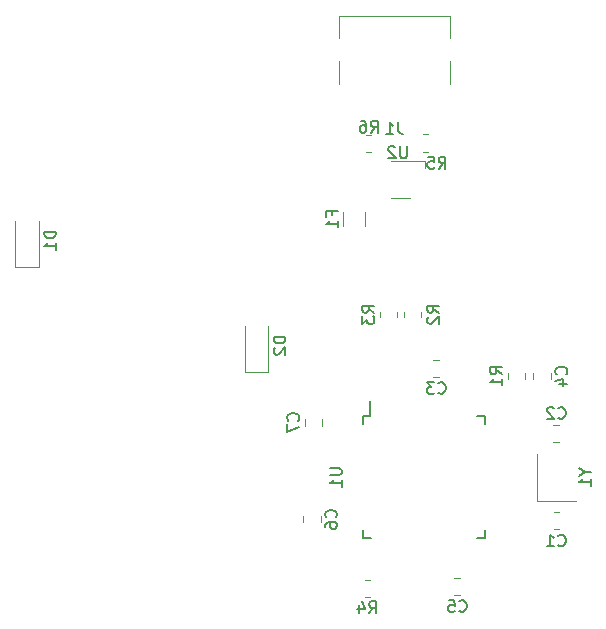
<source format=gbr>
%TF.GenerationSoftware,KiCad,Pcbnew,(6.0.7)*%
%TF.CreationDate,2022-08-09T22:38:16+07:00*%
%TF.ProjectId,Keypad-3,4b657970-6164-42d3-932e-6b696361645f,rev?*%
%TF.SameCoordinates,Original*%
%TF.FileFunction,Legend,Bot*%
%TF.FilePolarity,Positive*%
%FSLAX46Y46*%
G04 Gerber Fmt 4.6, Leading zero omitted, Abs format (unit mm)*
G04 Created by KiCad (PCBNEW (6.0.7)) date 2022-08-09 22:38:16*
%MOMM*%
%LPD*%
G01*
G04 APERTURE LIST*
%ADD10C,0.150000*%
%ADD11C,0.120000*%
G04 APERTURE END LIST*
D10*
%TO.C,R5*%
X201207666Y-105620212D02*
X201541000Y-105144022D01*
X201779095Y-105620212D02*
X201779095Y-104620212D01*
X201398142Y-104620212D01*
X201302904Y-104667832D01*
X201255285Y-104715451D01*
X201207666Y-104810689D01*
X201207666Y-104953546D01*
X201255285Y-105048784D01*
X201302904Y-105096403D01*
X201398142Y-105144022D01*
X201779095Y-105144022D01*
X200302904Y-104620212D02*
X200779095Y-104620212D01*
X200826714Y-105096403D01*
X200779095Y-105048784D01*
X200683857Y-105001165D01*
X200445761Y-105001165D01*
X200350523Y-105048784D01*
X200302904Y-105096403D01*
X200255285Y-105191641D01*
X200255285Y-105429736D01*
X200302904Y-105524974D01*
X200350523Y-105572593D01*
X200445761Y-105620212D01*
X200683857Y-105620212D01*
X200779095Y-105572593D01*
X200826714Y-105524974D01*
%TO.C,U1*%
X191982615Y-130995203D02*
X192792139Y-130995203D01*
X192887377Y-131042822D01*
X192934996Y-131090441D01*
X192982615Y-131185679D01*
X192982615Y-131376155D01*
X192934996Y-131471393D01*
X192887377Y-131519012D01*
X192792139Y-131566631D01*
X191982615Y-131566631D01*
X192982615Y-132566631D02*
X192982615Y-131995203D01*
X192982615Y-132280917D02*
X191982615Y-132280917D01*
X192125473Y-132185679D01*
X192220711Y-132090441D01*
X192268330Y-131995203D01*
%TO.C,D1*%
X168796980Y-110946704D02*
X167796980Y-110946704D01*
X167796980Y-111184800D01*
X167844600Y-111327657D01*
X167939838Y-111422895D01*
X168035076Y-111470514D01*
X168225552Y-111518133D01*
X168368409Y-111518133D01*
X168558885Y-111470514D01*
X168654123Y-111422895D01*
X168749361Y-111327657D01*
X168796980Y-111184800D01*
X168796980Y-110946704D01*
X168796980Y-112470514D02*
X168796980Y-111899085D01*
X168796980Y-112184800D02*
X167796980Y-112184800D01*
X167939838Y-112089561D01*
X168035076Y-111994323D01*
X168082695Y-111899085D01*
%TO.C,C4*%
X211993541Y-123023333D02*
X212041160Y-122975714D01*
X212088779Y-122832857D01*
X212088779Y-122737619D01*
X212041160Y-122594761D01*
X211945922Y-122499523D01*
X211850684Y-122451904D01*
X211660208Y-122404285D01*
X211517351Y-122404285D01*
X211326875Y-122451904D01*
X211231637Y-122499523D01*
X211136399Y-122594761D01*
X211088779Y-122737619D01*
X211088779Y-122832857D01*
X211136399Y-122975714D01*
X211184018Y-123023333D01*
X211422113Y-123880476D02*
X212088779Y-123880476D01*
X211041160Y-123642380D02*
X211755446Y-123404285D01*
X211755446Y-124023333D01*
%TO.C,Y1*%
X213582426Y-131280917D02*
X214058616Y-131280917D01*
X213058616Y-130947584D02*
X213582426Y-131280917D01*
X213058616Y-131614250D01*
X214058616Y-132471393D02*
X214058616Y-131899965D01*
X214058616Y-132185679D02*
X213058616Y-132185679D01*
X213201474Y-132090441D01*
X213296712Y-131995203D01*
X213344331Y-131899965D01*
%TO.C,R6*%
X195455434Y-102572212D02*
X195788768Y-102096022D01*
X196026863Y-102572212D02*
X196026863Y-101572212D01*
X195645910Y-101572212D01*
X195550672Y-101619832D01*
X195503053Y-101667451D01*
X195455434Y-101762689D01*
X195455434Y-101905546D01*
X195503053Y-102000784D01*
X195550672Y-102048403D01*
X195645910Y-102096022D01*
X196026863Y-102096022D01*
X194598291Y-101572212D02*
X194788768Y-101572212D01*
X194884006Y-101619832D01*
X194931625Y-101667451D01*
X195026863Y-101810308D01*
X195074482Y-102000784D01*
X195074482Y-102381736D01*
X195026863Y-102476974D01*
X194979244Y-102524593D01*
X194884006Y-102572212D01*
X194693529Y-102572212D01*
X194598291Y-102524593D01*
X194550672Y-102476974D01*
X194503053Y-102381736D01*
X194503053Y-102143641D01*
X194550672Y-102048403D01*
X194598291Y-102000784D01*
X194693529Y-101953165D01*
X194884006Y-101953165D01*
X194979244Y-102000784D01*
X195026863Y-102048403D01*
X195074482Y-102143641D01*
%TO.C,C6*%
X192501402Y-135146441D02*
X192549021Y-135098822D01*
X192596640Y-134955965D01*
X192596640Y-134860727D01*
X192549021Y-134717869D01*
X192453783Y-134622631D01*
X192358545Y-134575012D01*
X192168069Y-134527393D01*
X192025212Y-134527393D01*
X191834736Y-134575012D01*
X191739498Y-134622631D01*
X191644260Y-134717869D01*
X191596640Y-134860727D01*
X191596640Y-134955965D01*
X191644260Y-135098822D01*
X191691879Y-135146441D01*
X191596640Y-136003584D02*
X191596640Y-135813108D01*
X191644260Y-135717869D01*
X191691879Y-135670250D01*
X191834736Y-135575012D01*
X192025212Y-135527393D01*
X192406164Y-135527393D01*
X192501402Y-135575012D01*
X192549021Y-135622631D01*
X192596640Y-135717869D01*
X192596640Y-135908346D01*
X192549021Y-136003584D01*
X192501402Y-136051203D01*
X192406164Y-136098822D01*
X192168069Y-136098822D01*
X192072831Y-136051203D01*
X192025212Y-136003584D01*
X191977593Y-135908346D01*
X191977593Y-135717869D01*
X192025212Y-135622631D01*
X192072831Y-135575012D01*
X192168069Y-135527393D01*
%TO.C,R1*%
X206574380Y-123023333D02*
X206098190Y-122690000D01*
X206574380Y-122451904D02*
X205574380Y-122451904D01*
X205574380Y-122832857D01*
X205622000Y-122928095D01*
X205669619Y-122975714D01*
X205764857Y-123023333D01*
X205907714Y-123023333D01*
X206002952Y-122975714D01*
X206050571Y-122928095D01*
X206098190Y-122832857D01*
X206098190Y-122451904D01*
X206574380Y-123975714D02*
X206574380Y-123404285D01*
X206574380Y-123690000D02*
X205574380Y-123690000D01*
X205717238Y-123594761D01*
X205812476Y-123499523D01*
X205860095Y-123404285D01*
%TO.C,C1*%
X211322898Y-137517142D02*
X211370517Y-137564761D01*
X211513374Y-137612380D01*
X211608612Y-137612380D01*
X211751470Y-137564761D01*
X211846708Y-137469523D01*
X211894327Y-137374285D01*
X211941946Y-137183809D01*
X211941946Y-137040952D01*
X211894327Y-136850476D01*
X211846708Y-136755238D01*
X211751470Y-136660000D01*
X211608612Y-136612380D01*
X211513374Y-136612380D01*
X211370517Y-136660000D01*
X211322898Y-136707619D01*
X210370517Y-137612380D02*
X210941946Y-137612380D01*
X210656232Y-137612380D02*
X210656232Y-136612380D01*
X210751470Y-136755238D01*
X210846708Y-136850476D01*
X210941946Y-136898095D01*
%TO.C,C2*%
X211322903Y-126722142D02*
X211370522Y-126769761D01*
X211513379Y-126817380D01*
X211608617Y-126817380D01*
X211751475Y-126769761D01*
X211846713Y-126674523D01*
X211894332Y-126579285D01*
X211941951Y-126388809D01*
X211941951Y-126245952D01*
X211894332Y-126055476D01*
X211846713Y-125960238D01*
X211751475Y-125865000D01*
X211608617Y-125817380D01*
X211513379Y-125817380D01*
X211370522Y-125865000D01*
X211322903Y-125912619D01*
X210941951Y-125912619D02*
X210894332Y-125865000D01*
X210799094Y-125817380D01*
X210560998Y-125817380D01*
X210465760Y-125865000D01*
X210418141Y-125912619D01*
X210370522Y-126007857D01*
X210370522Y-126103095D01*
X210418141Y-126245952D01*
X210989570Y-126817380D01*
X210370522Y-126817380D01*
%TO.C,U2*%
X198500904Y-103731212D02*
X198500904Y-104540736D01*
X198453285Y-104635974D01*
X198405666Y-104683593D01*
X198310428Y-104731212D01*
X198119952Y-104731212D01*
X198024714Y-104683593D01*
X197977095Y-104635974D01*
X197929476Y-104540736D01*
X197929476Y-103731212D01*
X197500904Y-103826451D02*
X197453285Y-103778832D01*
X197358047Y-103731212D01*
X197119952Y-103731212D01*
X197024714Y-103778832D01*
X196977095Y-103826451D01*
X196929476Y-103921689D01*
X196929476Y-104016927D01*
X196977095Y-104159784D01*
X197548523Y-104731212D01*
X196929476Y-104731212D01*
%TO.C,R2*%
X201239380Y-117804501D02*
X200763190Y-117471168D01*
X201239380Y-117233072D02*
X200239380Y-117233072D01*
X200239380Y-117614025D01*
X200287000Y-117709263D01*
X200334619Y-117756882D01*
X200429857Y-117804501D01*
X200572714Y-117804501D01*
X200667952Y-117756882D01*
X200715571Y-117709263D01*
X200763190Y-117614025D01*
X200763190Y-117233072D01*
X200334619Y-118185453D02*
X200287000Y-118233072D01*
X200239380Y-118328310D01*
X200239380Y-118566406D01*
X200287000Y-118661644D01*
X200334619Y-118709263D01*
X200429857Y-118756882D01*
X200525095Y-118756882D01*
X200667952Y-118709263D01*
X201239380Y-118137834D01*
X201239380Y-118756882D01*
%TO.C,C7*%
X189296120Y-126951525D02*
X189343739Y-126903906D01*
X189391358Y-126761049D01*
X189391358Y-126665811D01*
X189343739Y-126522953D01*
X189248501Y-126427715D01*
X189153263Y-126380096D01*
X188962787Y-126332477D01*
X188819930Y-126332477D01*
X188629454Y-126380096D01*
X188534216Y-126427715D01*
X188438978Y-126522953D01*
X188391358Y-126665811D01*
X188391358Y-126761049D01*
X188438978Y-126903906D01*
X188486597Y-126951525D01*
X188391358Y-127284858D02*
X188391358Y-127951525D01*
X189391358Y-127522953D01*
%TO.C,C5*%
X202940902Y-143065250D02*
X202988521Y-143112869D01*
X203131378Y-143160488D01*
X203226616Y-143160488D01*
X203369474Y-143112869D01*
X203464712Y-143017631D01*
X203512331Y-142922393D01*
X203559950Y-142731917D01*
X203559950Y-142589060D01*
X203512331Y-142398584D01*
X203464712Y-142303346D01*
X203369474Y-142208108D01*
X203226616Y-142160488D01*
X203131378Y-142160488D01*
X202988521Y-142208108D01*
X202940902Y-142255727D01*
X202036140Y-142160488D02*
X202512331Y-142160488D01*
X202559950Y-142636679D01*
X202512331Y-142589060D01*
X202417093Y-142541441D01*
X202178997Y-142541441D01*
X202083759Y-142589060D01*
X202036140Y-142636679D01*
X201988521Y-142731917D01*
X201988521Y-142970012D01*
X202036140Y-143065250D01*
X202083759Y-143112869D01*
X202178997Y-143160488D01*
X202417093Y-143160488D01*
X202512331Y-143112869D01*
X202559950Y-143065250D01*
%TO.C,F1*%
X192150839Y-109545166D02*
X192150839Y-109211833D01*
X192674648Y-109211833D02*
X191674648Y-109211833D01*
X191674648Y-109688023D01*
X192674648Y-110592785D02*
X192674648Y-110021357D01*
X192674648Y-110307071D02*
X191674648Y-110307071D01*
X191817506Y-110211833D01*
X191912744Y-110116595D01*
X191960363Y-110021357D01*
%TO.C,C3*%
X201169066Y-124603810D02*
X201216685Y-124651429D01*
X201359542Y-124699048D01*
X201454780Y-124699048D01*
X201597638Y-124651429D01*
X201692876Y-124556191D01*
X201740495Y-124460953D01*
X201788114Y-124270477D01*
X201788114Y-124127620D01*
X201740495Y-123937144D01*
X201692876Y-123841906D01*
X201597638Y-123746668D01*
X201454780Y-123699048D01*
X201359542Y-123699048D01*
X201216685Y-123746668D01*
X201169066Y-123794287D01*
X200835733Y-123699048D02*
X200216685Y-123699048D01*
X200550019Y-124080001D01*
X200407161Y-124080001D01*
X200311923Y-124127620D01*
X200264304Y-124175239D01*
X200216685Y-124270477D01*
X200216685Y-124508572D01*
X200264304Y-124603810D01*
X200311923Y-124651429D01*
X200407161Y-124699048D01*
X200692876Y-124699048D01*
X200788114Y-124651429D01*
X200835733Y-124603810D01*
%TO.C,R3*%
X195742148Y-117804501D02*
X195265958Y-117471168D01*
X195742148Y-117233072D02*
X194742148Y-117233072D01*
X194742148Y-117614025D01*
X194789768Y-117709263D01*
X194837387Y-117756882D01*
X194932625Y-117804501D01*
X195075482Y-117804501D01*
X195170720Y-117756882D01*
X195218339Y-117709263D01*
X195265958Y-117614025D01*
X195265958Y-117233072D01*
X194742148Y-118137834D02*
X194742148Y-118756882D01*
X195123101Y-118423548D01*
X195123101Y-118566406D01*
X195170720Y-118661644D01*
X195218339Y-118709263D01*
X195313577Y-118756882D01*
X195551672Y-118756882D01*
X195646910Y-118709263D01*
X195694529Y-118661644D01*
X195742148Y-118566406D01*
X195742148Y-118280691D01*
X195694529Y-118185453D01*
X195646910Y-118137834D01*
%TO.C,R4*%
X195320901Y-143257488D02*
X195654235Y-142781298D01*
X195892330Y-143257488D02*
X195892330Y-142257488D01*
X195511377Y-142257488D01*
X195416139Y-142305108D01*
X195368520Y-142352727D01*
X195320901Y-142447965D01*
X195320901Y-142590822D01*
X195368520Y-142686060D01*
X195416139Y-142733679D01*
X195511377Y-142781298D01*
X195892330Y-142781298D01*
X194463758Y-142590822D02*
X194463758Y-143257488D01*
X194701854Y-142209869D02*
X194939949Y-142924155D01*
X194320901Y-142924155D01*
%TO.C,D2*%
X188227980Y-119836704D02*
X187227980Y-119836704D01*
X187227980Y-120074800D01*
X187275600Y-120217657D01*
X187370838Y-120312895D01*
X187466076Y-120360514D01*
X187656552Y-120408133D01*
X187799409Y-120408133D01*
X187989885Y-120360514D01*
X188085123Y-120312895D01*
X188180361Y-120217657D01*
X188227980Y-120074800D01*
X188227980Y-119836704D01*
X187323219Y-120789085D02*
X187275600Y-120836704D01*
X187227980Y-120931942D01*
X187227980Y-121170038D01*
X187275600Y-121265276D01*
X187323219Y-121312895D01*
X187418457Y-121360514D01*
X187513695Y-121360514D01*
X187656552Y-121312895D01*
X188227980Y-120741466D01*
X188227980Y-121360514D01*
%TO.C,J1*%
X197781101Y-101692380D02*
X197781101Y-102406666D01*
X197828720Y-102549523D01*
X197923958Y-102644761D01*
X198066815Y-102692380D01*
X198162053Y-102692380D01*
X196781101Y-102692380D02*
X197352529Y-102692380D01*
X197066815Y-102692380D02*
X197066815Y-101692380D01*
X197162053Y-101835238D01*
X197257291Y-101930476D01*
X197352529Y-101978095D01*
D11*
%TO.C,R5*%
X199887704Y-102707500D02*
X200341832Y-102707500D01*
X199887704Y-104177500D02*
X200341832Y-104177500D01*
D10*
%TO.C,U1*%
X205155235Y-136932108D02*
X204480235Y-136932108D01*
X194805235Y-126582108D02*
X195380235Y-126582108D01*
X205155235Y-126582108D02*
X205155235Y-127257108D01*
X195380235Y-126582108D02*
X195380235Y-125307108D01*
X205155235Y-126582108D02*
X204480235Y-126582108D01*
X205155235Y-136932108D02*
X205155235Y-136257108D01*
X194805235Y-136932108D02*
X195480235Y-136932108D01*
X194805235Y-126582108D02*
X194805235Y-127257108D01*
X194805235Y-136932108D02*
X194805235Y-136257108D01*
D11*
%TO.C,D1*%
X167344600Y-113934800D02*
X167344600Y-110034800D01*
X167344600Y-113934800D02*
X165344600Y-113934800D01*
X165344600Y-113934800D02*
X165344600Y-110034800D01*
%TO.C,C4*%
X210691400Y-123451252D02*
X210691400Y-122928748D01*
X209221400Y-123451252D02*
X209221400Y-122928748D01*
%TO.C,Y1*%
X212806236Y-133757108D02*
X209506236Y-133757108D01*
X209506236Y-133757108D02*
X209506236Y-129757108D01*
%TO.C,R6*%
X195515832Y-102769999D02*
X195061704Y-102769999D01*
X195515832Y-104239999D02*
X195061704Y-104239999D01*
%TO.C,C6*%
X191199260Y-135574360D02*
X191199260Y-135051856D01*
X189729260Y-135574360D02*
X189729260Y-135051856D01*
%TO.C,R1*%
X208507000Y-122962936D02*
X208507000Y-123417064D01*
X207037000Y-122962936D02*
X207037000Y-123417064D01*
%TO.C,C1*%
X211383296Y-136175109D02*
X210929168Y-136175109D01*
X211383296Y-134705109D02*
X210929168Y-134705109D01*
%TO.C,C2*%
X210894985Y-128809109D02*
X211417489Y-128809109D01*
X210894985Y-127339109D02*
X211417489Y-127339109D01*
%TO.C,U2*%
X200055768Y-105603000D02*
X200055768Y-104993000D01*
X200055768Y-104993000D02*
X197155768Y-104993000D01*
X197955768Y-108113000D02*
X197155768Y-108113000D01*
X197955768Y-108113000D02*
X198755768Y-108113000D01*
%TO.C,R2*%
X199706768Y-117744104D02*
X199706768Y-118198232D01*
X198236768Y-117744104D02*
X198236768Y-118198232D01*
%TO.C,C7*%
X189883978Y-126856940D02*
X189883978Y-127379444D01*
X191353978Y-126856940D02*
X191353978Y-127379444D01*
%TO.C,C5*%
X202512984Y-140293108D02*
X203035488Y-140293108D01*
X202512984Y-141763108D02*
X203035488Y-141763108D01*
%TO.C,F1*%
X194952268Y-109276436D02*
X194952268Y-110480564D01*
X193132268Y-109276436D02*
X193132268Y-110480564D01*
%TO.C,C3*%
X200741148Y-121831668D02*
X201263652Y-121831668D01*
X200741148Y-123301668D02*
X201263652Y-123301668D01*
%TO.C,R3*%
X196204768Y-117744104D02*
X196204768Y-118198232D01*
X197674768Y-117744104D02*
X197674768Y-118198232D01*
%TO.C,R4*%
X194927171Y-140420108D02*
X195381299Y-140420108D01*
X194927171Y-141890108D02*
X195381299Y-141890108D01*
%TO.C,D2*%
X186775600Y-122824800D02*
X186775600Y-118924800D01*
X184775600Y-122824800D02*
X184775600Y-118924800D01*
X186775600Y-122824800D02*
X184775600Y-122824800D01*
%TO.C,J1*%
X202147768Y-98495000D02*
X202147768Y-96495000D01*
X192747768Y-94595000D02*
X192747768Y-92695000D01*
X202147768Y-94595000D02*
X202147768Y-92695000D01*
X192747768Y-92695000D02*
X202147768Y-92695000D01*
X192747768Y-98495000D02*
X192747768Y-96495000D01*
%TD*%
M02*

</source>
